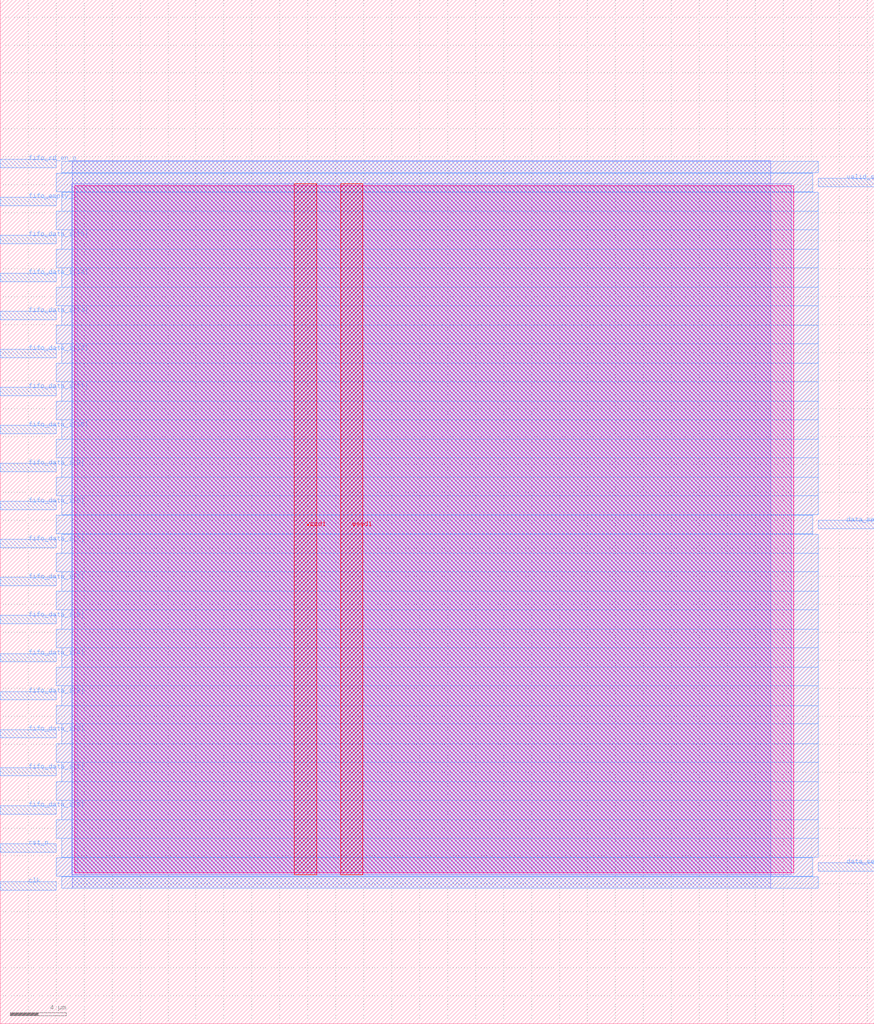
<source format=lef>
VERSION 5.7 ;
  NOWIREEXTENSIONATPIN ON ;
  DIVIDERCHAR "/" ;
  BUSBITCHARS "[]" ;
MACRO piso
  CLASS BLOCK ;
  FOREIGN piso ;
  ORIGIN 0.000 0.000 ;
  SIZE 62.510 BY 73.230 ;
  PIN clk
    DIRECTION INPUT ;
    USE SIGNAL ;
    ANTENNAGATEAREA 1.286700 ;
    ANTENNADIFFAREA 0.434700 ;
    PORT
      LAYER met3 ;
        RECT 0.000 9.560 4.000 10.160 ;
    END
  END clk
  PIN data_serial_o[0]
    DIRECTION OUTPUT ;
    USE SIGNAL ;
    ANTENNADIFFAREA 0.891000 ;
    PORT
      LAYER met3 ;
        RECT 58.510 10.920 62.510 11.520 ;
    END
  END data_serial_o[0]
  PIN data_serial_o[1]
    DIRECTION OUTPUT ;
    USE SIGNAL ;
    ANTENNADIFFAREA 0.891000 ;
    PORT
      LAYER met3 ;
        RECT 58.510 35.400 62.510 36.000 ;
    END
  END data_serial_o[1]
  PIN fifo_data_i[0]
    DIRECTION INPUT ;
    USE SIGNAL ;
    ANTENNAGATEAREA 0.631200 ;
    ANTENNADIFFAREA 0.434700 ;
    PORT
      LAYER met3 ;
        RECT 0.000 15.000 4.000 15.600 ;
    END
  END fifo_data_i[0]
  PIN fifo_data_i[10]
    DIRECTION INPUT ;
    USE SIGNAL ;
    ANTENNAGATEAREA 0.631200 ;
    ANTENNADIFFAREA 0.434700 ;
    PORT
      LAYER met3 ;
        RECT 0.000 42.200 4.000 42.800 ;
    END
  END fifo_data_i[10]
  PIN fifo_data_i[11]
    DIRECTION INPUT ;
    USE SIGNAL ;
    ANTENNAGATEAREA 0.631200 ;
    ANTENNADIFFAREA 0.434700 ;
    PORT
      LAYER met3 ;
        RECT 0.000 44.920 4.000 45.520 ;
    END
  END fifo_data_i[11]
  PIN fifo_data_i[12]
    DIRECTION INPUT ;
    USE SIGNAL ;
    ANTENNAGATEAREA 0.631200 ;
    ANTENNADIFFAREA 0.434700 ;
    PORT
      LAYER met3 ;
        RECT 0.000 47.640 4.000 48.240 ;
    END
  END fifo_data_i[12]
  PIN fifo_data_i[13]
    DIRECTION INPUT ;
    USE SIGNAL ;
    ANTENNAGATEAREA 0.631200 ;
    ANTENNADIFFAREA 0.434700 ;
    PORT
      LAYER met3 ;
        RECT 0.000 50.360 4.000 50.960 ;
    END
  END fifo_data_i[13]
  PIN fifo_data_i[14]
    DIRECTION INPUT ;
    USE SIGNAL ;
    ANTENNAGATEAREA 0.631200 ;
    ANTENNADIFFAREA 0.434700 ;
    PORT
      LAYER met3 ;
        RECT 0.000 53.080 4.000 53.680 ;
    END
  END fifo_data_i[14]
  PIN fifo_data_i[15]
    DIRECTION INPUT ;
    USE SIGNAL ;
    ANTENNAGATEAREA 0.631200 ;
    ANTENNADIFFAREA 0.434700 ;
    PORT
      LAYER met3 ;
        RECT 0.000 55.800 4.000 56.400 ;
    END
  END fifo_data_i[15]
  PIN fifo_data_i[1]
    DIRECTION INPUT ;
    USE SIGNAL ;
    ANTENNAGATEAREA 0.631200 ;
    ANTENNADIFFAREA 0.434700 ;
    PORT
      LAYER met3 ;
        RECT 0.000 17.720 4.000 18.320 ;
    END
  END fifo_data_i[1]
  PIN fifo_data_i[2]
    DIRECTION INPUT ;
    USE SIGNAL ;
    ANTENNAGATEAREA 0.631200 ;
    ANTENNADIFFAREA 0.434700 ;
    PORT
      LAYER met3 ;
        RECT 0.000 20.440 4.000 21.040 ;
    END
  END fifo_data_i[2]
  PIN fifo_data_i[3]
    DIRECTION INPUT ;
    USE SIGNAL ;
    ANTENNAGATEAREA 0.631200 ;
    ANTENNADIFFAREA 0.434700 ;
    PORT
      LAYER met3 ;
        RECT 0.000 23.160 4.000 23.760 ;
    END
  END fifo_data_i[3]
  PIN fifo_data_i[4]
    DIRECTION INPUT ;
    USE SIGNAL ;
    ANTENNAGATEAREA 0.631200 ;
    ANTENNADIFFAREA 0.434700 ;
    PORT
      LAYER met3 ;
        RECT 0.000 25.880 4.000 26.480 ;
    END
  END fifo_data_i[4]
  PIN fifo_data_i[5]
    DIRECTION INPUT ;
    USE SIGNAL ;
    ANTENNAGATEAREA 0.631200 ;
    ANTENNADIFFAREA 0.434700 ;
    PORT
      LAYER met3 ;
        RECT 0.000 28.600 4.000 29.200 ;
    END
  END fifo_data_i[5]
  PIN fifo_data_i[6]
    DIRECTION INPUT ;
    USE SIGNAL ;
    ANTENNAGATEAREA 0.631200 ;
    ANTENNADIFFAREA 0.434700 ;
    PORT
      LAYER met3 ;
        RECT 0.000 31.320 4.000 31.920 ;
    END
  END fifo_data_i[6]
  PIN fifo_data_i[7]
    DIRECTION INPUT ;
    USE SIGNAL ;
    ANTENNAGATEAREA 0.631200 ;
    ANTENNADIFFAREA 0.434700 ;
    PORT
      LAYER met3 ;
        RECT 0.000 34.040 4.000 34.640 ;
    END
  END fifo_data_i[7]
  PIN fifo_data_i[8]
    DIRECTION INPUT ;
    USE SIGNAL ;
    ANTENNAGATEAREA 0.631200 ;
    ANTENNADIFFAREA 0.434700 ;
    PORT
      LAYER met3 ;
        RECT 0.000 36.760 4.000 37.360 ;
    END
  END fifo_data_i[8]
  PIN fifo_data_i[9]
    DIRECTION INPUT ;
    USE SIGNAL ;
    ANTENNAGATEAREA 0.631200 ;
    ANTENNADIFFAREA 0.434700 ;
    PORT
      LAYER met3 ;
        RECT 0.000 39.480 4.000 40.080 ;
    END
  END fifo_data_i[9]
  PIN fifo_empty_i
    DIRECTION INPUT ;
    USE SIGNAL ;
    ANTENNAGATEAREA 0.631200 ;
    ANTENNADIFFAREA 0.434700 ;
    PORT
      LAYER met3 ;
        RECT 0.000 58.520 4.000 59.120 ;
    END
  END fifo_empty_i
  PIN fifo_rd_en_o
    DIRECTION OUTPUT ;
    USE SIGNAL ;
    ANTENNADIFFAREA 0.891000 ;
    PORT
      LAYER met3 ;
        RECT 0.000 61.240 4.000 61.840 ;
    END
  END fifo_rd_en_o
  PIN rst_n
    DIRECTION INPUT ;
    USE SIGNAL ;
    ANTENNAGATEAREA 0.631200 ;
    ANTENNADIFFAREA 0.434700 ;
    PORT
      LAYER met3 ;
        RECT 0.000 12.280 4.000 12.880 ;
    END
  END rst_n
  PIN valid_serial_o
    DIRECTION OUTPUT ;
    USE SIGNAL ;
    ANTENNADIFFAREA 0.891000 ;
    PORT
      LAYER met3 ;
        RECT 58.510 59.880 62.510 60.480 ;
    END
  END valid_serial_o
  PIN vccd1
    DIRECTION INOUT ;
    USE POWER ;
    PORT
      LAYER met4 ;
        RECT 21.040 10.640 22.640 60.080 ;
    END
  END vccd1
  PIN vssd1
    DIRECTION INOUT ;
    USE GROUND ;
    PORT
      LAYER met4 ;
        RECT 24.340 10.640 25.940 60.080 ;
    END
  END vssd1
  OBS
      LAYER nwell ;
        RECT 5.330 10.795 56.770 59.925 ;
      LAYER li1 ;
        RECT 5.520 10.795 56.580 59.925 ;
      LAYER met1 ;
        RECT 5.130 10.640 56.580 60.080 ;
      LAYER met2 ;
        RECT 5.150 9.675 55.100 61.725 ;
      LAYER met3 ;
        RECT 4.400 60.880 58.510 61.705 ;
        RECT 4.400 60.840 58.110 60.880 ;
        RECT 4.000 59.520 58.110 60.840 ;
        RECT 4.400 59.480 58.110 59.520 ;
        RECT 4.400 58.120 58.510 59.480 ;
        RECT 4.000 56.800 58.510 58.120 ;
        RECT 4.400 55.400 58.510 56.800 ;
        RECT 4.000 54.080 58.510 55.400 ;
        RECT 4.400 52.680 58.510 54.080 ;
        RECT 4.000 51.360 58.510 52.680 ;
        RECT 4.400 49.960 58.510 51.360 ;
        RECT 4.000 48.640 58.510 49.960 ;
        RECT 4.400 47.240 58.510 48.640 ;
        RECT 4.000 45.920 58.510 47.240 ;
        RECT 4.400 44.520 58.510 45.920 ;
        RECT 4.000 43.200 58.510 44.520 ;
        RECT 4.400 41.800 58.510 43.200 ;
        RECT 4.000 40.480 58.510 41.800 ;
        RECT 4.400 39.080 58.510 40.480 ;
        RECT 4.000 37.760 58.510 39.080 ;
        RECT 4.400 36.400 58.510 37.760 ;
        RECT 4.400 36.360 58.110 36.400 ;
        RECT 4.000 35.040 58.110 36.360 ;
        RECT 4.400 35.000 58.110 35.040 ;
        RECT 4.400 33.640 58.510 35.000 ;
        RECT 4.000 32.320 58.510 33.640 ;
        RECT 4.400 30.920 58.510 32.320 ;
        RECT 4.000 29.600 58.510 30.920 ;
        RECT 4.400 28.200 58.510 29.600 ;
        RECT 4.000 26.880 58.510 28.200 ;
        RECT 4.400 25.480 58.510 26.880 ;
        RECT 4.000 24.160 58.510 25.480 ;
        RECT 4.400 22.760 58.510 24.160 ;
        RECT 4.000 21.440 58.510 22.760 ;
        RECT 4.400 20.040 58.510 21.440 ;
        RECT 4.000 18.720 58.510 20.040 ;
        RECT 4.400 17.320 58.510 18.720 ;
        RECT 4.000 16.000 58.510 17.320 ;
        RECT 4.400 14.600 58.510 16.000 ;
        RECT 4.000 13.280 58.510 14.600 ;
        RECT 4.400 11.920 58.510 13.280 ;
        RECT 4.400 11.880 58.110 11.920 ;
        RECT 4.000 10.560 58.110 11.880 ;
        RECT 4.400 10.520 58.110 10.560 ;
        RECT 4.400 9.695 58.510 10.520 ;
  END
END piso
END LIBRARY


</source>
